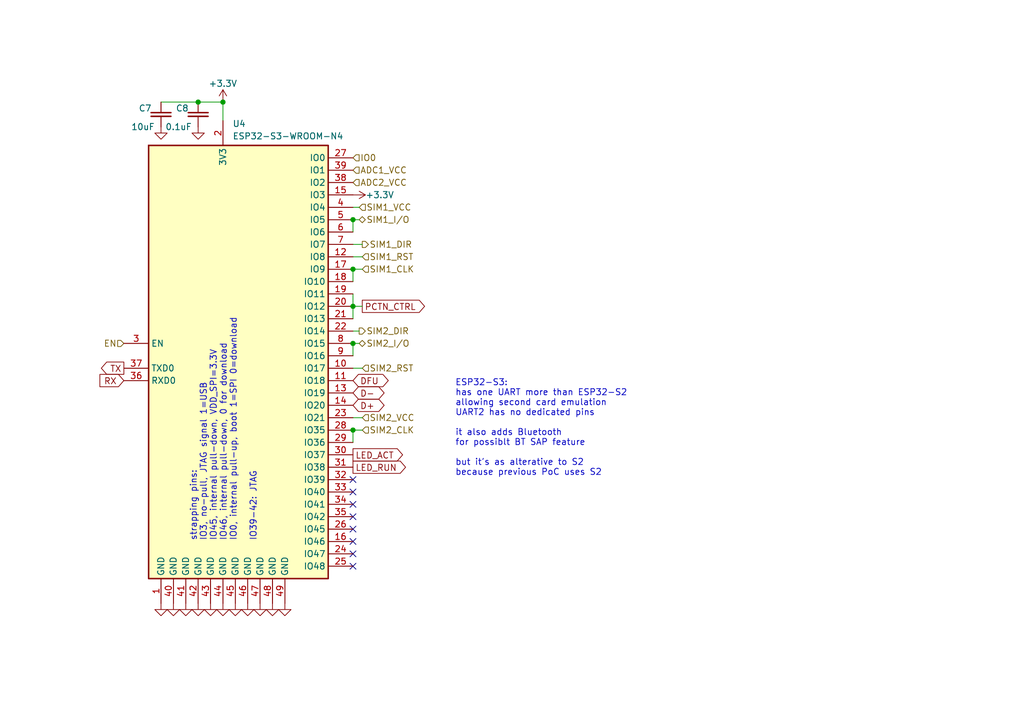
<source format=kicad_sch>
(kicad_sch (version 20230121) (generator eeschema)
  (paper "A5")
  (title_block (title "rSIM") (date "$date$") (rev "$version$.$revision$") (company "CuVoodoo") (comment 1 "King Kévin") (comment 2 "CERN-OHL-S"))
  (lib_symbols
    (symbol "capacitor/C0603 0.1uF 16V_1" (pin_numbers hide) (pin_names hide)
      (property "Reference" "C" (at 0 2.794 0))
      (property "Value" "C0603" (at 0 -2.794 0))
      (symbol "capacitor/C0603 0.1uF 16V_1_1_1"
        (polyline (pts (xy -0.381 2.032) (xy -0.381 -2.032)) (stroke (width 0.305)))
        (polyline (pts (xy 0.381 2.032) (xy 0.381 -2.032)) (stroke (width 0.305)))
        (pin passive line (at -2.54 0 0) (length 2.159) (name "L") (number "1"))
        (pin passive line (at 2.54 0 180) (length 2.159) (name "R") (number "2"))
      )
    )
    (symbol "partdb:MCU/ESP32-S3-WROOM-1-N4"
      (property "Reference" "U" (at 0 0.762 0))
      (property "Value" "ESP32-S3-WROOM-I" (at 28.702 -89.662 0))
      (symbol "MCU/ESP32-S3-WROOM-1-N4_1_1"
        (rectangle (start 0 0) (end 36.83 -88.9) (stroke (width 0.305)) (fill (type background)))
        (pin power_in line (at 2.54 -93.98 90) (length 5.08) (name "GND") (number "1"))
        (pin bidirectional line (at 41.91 -45.72 180) (length 5.08) (name "IO17") (number "10"))
        (pin bidirectional line (at 41.91 -48.26 180) (length 5.08) (name "IO18") (number "11"))
        (pin bidirectional line (at 41.91 -22.86 180) (length 5.08) (name "IO8") (number "12"))
        (pin bidirectional line (at 41.91 -50.8 180) (length 5.08) (name "IO19") (number "13"))
        (pin bidirectional line (at 41.91 -53.34 180) (length 5.08) (name "IO20") (number "14"))
        (pin bidirectional line (at 41.91 -10.16 180) (length 5.08) (name "IO3") (number "15"))
        (pin bidirectional line (at 41.91 -81.28 180) (length 5.08) (name "IO46") (number "16"))
        (pin bidirectional line (at 41.91 -25.4 180) (length 5.08) (name "IO9") (number "17"))
        (pin bidirectional line (at 41.91 -27.94 180) (length 5.08) (name "IO10") (number "18"))
        (pin bidirectional line (at 41.91 -30.48 180) (length 5.08) (name "IO11") (number "19"))
        (pin power_in line (at 15.24 5.08 270) (length 5.08) (name "3V3") (number "2"))
        (pin bidirectional line (at 41.91 -33.02 180) (length 5.08) (name "IO12") (number "20"))
        (pin bidirectional line (at 41.91 -35.56 180) (length 5.08) (name "IO13") (number "21"))
        (pin bidirectional line (at 41.91 -38.1 180) (length 5.08) (name "IO14") (number "22"))
        (pin bidirectional line (at 41.91 -55.88 180) (length 5.08) (name "IO21") (number "23"))
        (pin bidirectional line (at 41.91 -83.82 180) (length 5.08) (name "IO47") (number "24"))
        (pin bidirectional line (at 41.91 -86.36 180) (length 5.08) (name "IO48") (number "25"))
        (pin bidirectional line (at 41.91 -78.74 180) (length 5.08) (name "IO45") (number "26"))
        (pin bidirectional line (at 41.91 -2.54 180) (length 5.08) (name "IO0") (number "27"))
        (pin bidirectional line (at 41.91 -58.42 180) (length 5.08) (name "IO35") (number "28"))
        (pin bidirectional line (at 41.91 -60.96 180) (length 5.08) (name "IO36") (number "29"))
        (pin input line (at -5.08 -40.64 0) (length 5.08) (name "EN") (number "3"))
        (pin bidirectional line (at 41.91 -63.5 180) (length 5.08) (name "IO37") (number "30"))
        (pin bidirectional line (at 41.91 -66.04 180) (length 5.08) (name "IO38") (number "31"))
        (pin bidirectional line (at 41.91 -68.58 180) (length 5.08) (name "IO39") (number "32"))
        (pin bidirectional line (at 41.91 -71.12 180) (length 5.08) (name "IO40") (number "33"))
        (pin bidirectional line (at 41.91 -73.66 180) (length 5.08) (name "IO41") (number "34"))
        (pin bidirectional line (at 41.91 -76.2 180) (length 5.08) (name "IO42") (number "35"))
        (pin bidirectional line (at -5.08 -48.26 0) (length 5.08) (name "RXD0") (number "36"))
        (pin bidirectional line (at -5.08 -45.72 0) (length 5.08) (name "TXD0") (number "37"))
        (pin bidirectional line (at 41.91 -7.62 180) (length 5.08) (name "IO2") (number "38"))
        (pin bidirectional line (at 41.91 -5.08 180) (length 5.08) (name "IO1") (number "39"))
        (pin bidirectional line (at 41.91 -12.7 180) (length 5.08) (name "IO4") (number "4"))
        (pin power_in line (at 5.08 -93.98 90) (length 5.08) (name "GND") (number "40"))
        (pin power_in line (at 7.62 -93.98 90) (length 5.08) (name "GND") (number "41"))
        (pin power_in line (at 10.16 -93.98 90) (length 5.08) (name "GND") (number "42"))
        (pin power_in line (at 12.7 -93.98 90) (length 5.08) (name "GND") (number "43"))
        (pin power_in line (at 15.24 -93.98 90) (length 5.08) (name "GND") (number "44"))
        (pin power_in line (at 17.78 -93.98 90) (length 5.08) (name "GND") (number "45"))
        (pin power_in line (at 20.32 -93.98 90) (length 5.08) (name "GND") (number "46"))
        (pin power_in line (at 22.86 -93.98 90) (length 5.08) (name "GND") (number "47"))
        (pin power_in line (at 25.4 -93.98 90) (length 5.08) (name "GND") (number "48"))
        (pin power_in line (at 27.94 -93.98 90) (length 5.08) (name "GND") (number "49"))
        (pin bidirectional line (at 41.91 -15.24 180) (length 5.08) (name "IO5") (number "5"))
        (pin bidirectional line (at 41.91 -17.78 180) (length 5.08) (name "IO6") (number "6"))
        (pin bidirectional line (at 41.91 -20.32 180) (length 5.08) (name "IO7") (number "7"))
        (pin bidirectional line (at 41.91 -40.64 180) (length 5.08) (name "IO15") (number "8"))
        (pin bidirectional line (at 41.91 -43.18 180) (length 5.08) (name "IO16") (number "9"))
      )
    )
    (symbol "partdb:capacitor/C0603 10uF" (pin_numbers hide) (pin_names hide)
      (property "Reference" "C" (at 0 2.794 0))
      (property "Value" "C0603" (at 0 -2.794 0))
      (symbol "capacitor/C0603 10uF_1_1"
        (polyline (pts (xy -0.381 2.032) (xy -0.381 -2.032)) (stroke (width 0.305)))
        (polyline (pts (xy 0.381 2.032) (xy 0.381 -2.032)) (stroke (width 0.305)))
        (pin passive line (at -2.54 0 0) (length 2.159) (name "L") (number "1"))
        (pin passive line (at 2.54 0 180) (length 2.159) (name "R") (number "2"))
      )
    )
    (symbol "power:+3.3V" (power) (pin_names (offset 0))
      (property "Value" "+3.3V" (at 0 3.556 0))
      (symbol "+3.3V_0_1"
        (polyline (pts (xy -0.762 1.27) (xy 0 2.54)))
        (polyline (pts (xy 0 0) (xy 0 2.54)))
        (polyline (pts (xy 0 2.54) (xy 0.762 1.27)))
      )
      (symbol "+3.3V_1_1"
        (pin power_in line (at 0 0 90) (length 0) hide (name "+3.3V") (number "1"))
      )
    )
    (symbol "power:GND" (power) (pin_names (offset 0))
      (property "Value" "GND" (at 0 -3.81 0))
      (symbol "GND_0_1"
        (polyline (pts (xy 0 0) (xy 0 -1.27) (xy 1.27 -1.27) (xy 0 -2.54) (xy -1.27 -1.27) (xy 0 -1.27)))
      )
      (symbol "GND_1_1"
        (pin power_in line (at 0 0 270) (length 0) hide (name "GND") (number "1"))
      )
    )
  )
  (junction (at 72.39 62.865))
  (junction (at 72.39 55.245))
  (junction (at 40.64 20.955))
  (junction (at 72.39 45.085))
  (junction (at 72.39 88.265))
  (junction (at 72.39 70.485))
  (junction (at 45.72 20.955))
  (no_connect (at 72.39 113.665))
  (no_connect (at 72.39 103.505))
  (no_connect (at 72.39 111.125))
  (no_connect (at 72.39 116.205))
  (no_connect (at 72.39 100.965))
  (no_connect (at 72.39 108.585))
  (no_connect (at 72.39 98.425))
  (no_connect (at 72.39 106.045))
  (wire (pts (xy 72.39 88.265) (xy 72.39 90.805)))
  (wire (pts (xy 73.66 45.085) (xy 72.39 45.085)))
  (wire (pts (xy 72.39 70.485) (xy 72.39 73.025)))
  (wire (pts (xy 72.39 45.085) (xy 72.39 47.625)))
  (wire (pts (xy 74.295 75.565) (xy 72.39 75.565)))
  (wire (pts (xy 72.39 62.865) (xy 74.295 62.865)))
  (wire (pts (xy 33.02 20.955) (xy 40.64 20.955)))
  (wire (pts (xy 45.72 24.765) (xy 45.72 20.955)))
  (wire (pts (xy 74.295 88.265) (xy 72.39 88.265)))
  (wire (pts (xy 72.39 60.325) (xy 72.39 62.865)))
  (wire (pts (xy 45.72 20.955) (xy 40.64 20.955)))
  (wire (pts (xy 74.295 55.245) (xy 72.39 55.245)))
  (wire (pts (xy 72.39 62.865) (xy 72.39 65.405)))
  (wire (pts (xy 74.295 85.725) (xy 72.39 85.725)))
  (wire (pts (xy 73.66 67.945) (xy 72.39 67.945)))
  (wire (pts (xy 73.66 42.545) (xy 72.39 42.545)))
  (wire (pts (xy 74.295 52.705) (xy 72.39 52.705)))
  (wire (pts (xy 72.39 55.245) (xy 72.39 57.785)))
  (wire (pts (xy 74.295 50.165) (xy 72.39 50.165)))
  (wire (pts (xy 73.66 70.485) (xy 72.39 70.485)))
  (text "ESP32-S3:\nhas one UART more than ESP32-S2\nallowing second card emulation\nUART2 has no dedicated pins\n\nit also adds Bluetooth\nfor possiblt BT SAP feature\n\nbut it's as alterative to S2\nbecause previous PoC uses S2" (at 93.345 97.79 0) (effects (font (size 1.27 1.27)) (justify left bottom)))
  (text "strapping pins:\nIO3, no-pull, JTAG signal 1=USB\nIO45, internal pull-down, VDD_SPI=3.3V\nIO46, internal pull-down, 0 for download\nIO0, internal pull-up, boot 1=SPI 0=download\n\nIO39-42: JTAG" (at 52.705 111.125 90) (effects (font (size 1.27 1.27)) (justify left bottom)))
  (global_label "LED_RUN" (shape output) (at 72.39 95.885 0) (property "Intersheetrefs" "${INTERSHEET_REFS}" (effects hide)))
  (global_label "D+" (shape bidirectional) (at 72.39 83.185 0) (property "Intersheetrefs" "${INTERSHEET_REFS}" (effects hide)))
  (global_label "DFU" (shape bidirectional) (at 72.39 78.105 0) (property "Intersheetrefs" "${INTERSHEET_REFS}" (effects hide)))
  (global_label "TX" (shape output) (at 25.4 75.565 180) (property "Intersheetrefs" "${INTERSHEET_REFS}" (effects hide)))
  (global_label "RX" (shape input) (at 25.4 78.105 180) (property "Intersheetrefs" "${INTERSHEET_REFS}" (effects hide)))
  (global_label "D-" (shape bidirectional) (at 72.39 80.645 0) (property "Intersheetrefs" "${INTERSHEET_REFS}" (effects hide)))
  (global_label "LED_ACT" (shape output) (at 72.39 93.345 0) (property "Intersheetrefs" "${INTERSHEET_REFS}" (effects hide)))
  (global_label "PCTN_CTRL" (shape output) (at 74.295 62.865 0) (property "Intersheetrefs" "${INTERSHEET_REFS}" (effects hide)))
  (hierarchical_label "SIM1_RST" (shape input) (at 74.295 52.705 0))
  (hierarchical_label "SIM2_RST" (shape input) (at 74.295 75.565 0))
  (hierarchical_label "IO0" (shape input) (at 72.39 32.385 0))
  (hierarchical_label "SIM2_DIR" (shape output) (at 73.66 67.945 0))
  (hierarchical_label "SIM1_I{slash}O" (shape bidirectional) (at 73.66 45.085 0))
  (hierarchical_label "SIM1_CLK" (shape input) (at 74.295 55.245 0))
  (hierarchical_label "EN" (shape input) (at 25.4 70.485 180))
  (hierarchical_label "SIM1_DIR" (shape output) (at 74.295 50.165 0))
  (hierarchical_label "SIM1_VCC" (shape input) (at 73.66 42.545 0))
  (hierarchical_label "SIM2_I{slash}O" (shape bidirectional) (at 73.66 70.485 0))
  (hierarchical_label "SIM2_CLK" (shape input) (at 74.295 88.265 0))
  (hierarchical_label "ADC2_VCC" (shape input) (at 72.39 37.465 0))
  (hierarchical_label "SIM2_VCC" (shape input) (at 74.295 85.725 0))
  (hierarchical_label "ADC1_VCC" (shape input) (at 72.39 34.925 0))
  (symbol (lib_id "power:GND") (at 40.64 26.035 0) (unit 1)
    (property "Reference" "#PWR057" (effects hide))
    (property "Value" "GND" (effects hide))
    (instances (project "rsim" (path "" (reference "#PWR057") (unit 1)) (path "" (reference "#PWR059") (unit 1))))
  )
  (symbol (lib_id "power:GND") (at 58.42 123.825 0) (mirror y) (unit 1)
    (property "Reference" "#PWR070" (effects hide))
    (property "Value" "GND" (effects hide))
    (instances (project "rsim" (path "" (reference "#PWR070") (unit 1)) (path "" (reference "#PWR068") (unit 1))))
  )
  (symbol (lib_id "power:GND") (at 45.72 123.825 0) (mirror y) (unit 1)
    (property "Reference" "#PWR065" (effects hide))
    (property "Value" "GND" (effects hide))
    (instances (project "rsim" (path "" (reference "#PWR065") (unit 1)) (path "" (reference "#PWR063") (unit 1))))
  )
  (symbol (lib_id "power:GND") (at 48.26 123.825 0) (mirror y) (unit 1)
    (property "Reference" "#PWR066" (effects hide))
    (property "Value" "GND" (effects hide))
    (instances (project "rsim" (path "" (reference "#PWR066") (unit 1)) (path "" (reference "#PWR064") (unit 1))))
  )
  (symbol (lib_id "power:GND") (at 35.56 123.825 0) (mirror y) (unit 1)
    (property "Reference" "#PWR061" (effects hide))
    (property "Value" "GND" (effects hide))
    (instances (project "rsim" (path "" (reference "#PWR061") (unit 1)) (path "" (reference "#PWR057") (unit 1))))
  )
  (symbol (lib_id "power:GND") (at 38.1 123.825 0) (mirror y) (unit 1)
    (property "Reference" "#PWR062" (effects hide))
    (property "Value" "GND" (effects hide))
    (instances (project "rsim" (path "" (reference "#PWR062") (unit 1)) (path "" (reference "#PWR058") (unit 1))))
  )
  (symbol (lib_id "power:GND") (at 50.8 123.825 0) (mirror y) (unit 1)
    (property "Reference" "#PWR067" (effects hide))
    (property "Value" "GND" (effects hide))
    (instances (project "rsim" (path "" (reference "#PWR067") (unit 1)) (path "" (reference "#PWR065") (unit 1))))
  )
  (symbol (lib_id "power:+3.3V") (at 45.72 20.955 0) (unit 1)
    (property "Reference" "#PWR058" (effects hide))
    (property "Value" "+3.3V" (at 45.72 17.145 0))
    (instances (project "rsim" (path "" (reference "#PWR058") (unit 1)) (path "" (reference "#PWR062") (unit 1))))
  )
  (symbol (lib_id "power:GND") (at 55.88 123.825 0) (mirror y) (unit 1)
    (property "Reference" "#PWR069" (effects hide))
    (property "Value" "GND" (effects hide))
    (instances (project "rsim" (path "" (reference "#PWR069") (unit 1)) (path "" (reference "#PWR067") (unit 1))))
  )
  (symbol (lib_id "power:GND") (at 33.02 26.035 0) (unit 1)
    (property "Reference" "#PWR056" (effects hide))
    (property "Value" "GND" (effects hide))
    (instances (project "rsim" (path "" (reference "#PWR056") (unit 1)) (path "" (reference "#PWR055") (unit 1))))
  )
  (symbol (lib_id "power:GND") (at 33.02 123.825 0) (mirror y) (unit 1)
    (property "Reference" "#PWR060" (effects hide))
    (property "Value" "GND" (effects hide))
    (instances (project "rsim" (path "" (reference "#PWR060") (unit 1)) (path "" (reference "#PWR056") (unit 1))))
  )
  (symbol (lib_id "power:+3.3V") (at 72.39 40.005 270) (unit 1)
    (property "Reference" "#PWR071" (effects hide))
    (property "Value" "+3.3V" (at 74.93 40.005 90) (effects (justify left)))
    (instances (project "rsim" (path "" (reference "#PWR071") (unit 1)) (path "" (reference "#PWR069") (unit 1))))
  )
  (symbol (lib_id "power:GND") (at 40.64 123.825 0) (mirror y) (unit 1)
    (property "Reference" "#PWR063" (effects hide))
    (property "Value" "GND" (effects hide))
    (instances (project "rsim" (path "" (reference "#PWR063") (unit 1)) (path "" (reference "#PWR060") (unit 1))))
  )
  (symbol (lib_id "power:GND") (at 53.34 123.825 0) (mirror y) (unit 1)
    (property "Reference" "#PWR068" (effects hide))
    (property "Value" "GND" (effects hide))
    (instances (project "rsim" (path "" (reference "#PWR068") (unit 1)) (path "" (reference "#PWR066") (unit 1))))
  )
  (symbol (lib_id "partdb:MCU/ESP32-S3-WROOM-1-N4") (at 30.48 29.845 0) (unit 1)
    (property "Reference" "U4" (at 47.6759 25.4 0) (effects (justify left)))
    (property "Value" "ESP32-S3-WROOM-N4" (at 47.6759 27.94 0) (effects (justify left)))
    (property "Footprint" "qeda:MCU_ESP32-S3-WROOM-I" (effects hide))
    (property "Datasheet" "https://www.espressif.com/sites/default/files/documentation/esp32-s3-wroom-1_wroom-1u_datasheet_en.pdf" (effects hide))
    (property "qeda_part" "mcu/espressif_esp32-s3-wroom-1" (effects hide))
    (property "Description" "ESP32-S3 module, PCB antenna, 4MB flash" (effects hide))
    (property "LCSC" "C2913197" (effects hide))
  )
  (symbol (lib_id "power:GND") (at 43.18 123.825 0) (mirror y) (unit 1)
    (property "Reference" "#PWR064" (effects hide))
    (property "Value" "GND" (effects hide))
    (instances (project "rsim" (path "" (reference "#PWR064") (unit 1)) (path "" (reference "#PWR061") (unit 1))))
  )
  (symbol (lib_name "capacitor/C0603 0.1uF 16V_1") (lib_id "partdb:capacitor/C0603 0.1uF 16V") (at 40.64 23.495 90) (unit 1)
    (property "Reference" "C8" (at 38.735 22.225 90) (effects (justify left)))
    (property "Value" "0.1uF" (at 39.37 26.035 90) (effects (justify left)))
    (property "Footprint" "qeda:CAPC1608X92N" (effects hide))
    (property "Datasheet" "Chip capacitor 1.6x0.8 mm" (effects hide))
    (property "qeda_part" "capacitor/c0603" (effects hide))
    (property "JLCPCB_CORRECTION" "0;0;-90" (effects hide))
    (property "Description" "100nF ±20% 16V X7R" (effects hide))
    (property "DigiKey" "311-1335-1-ND" (effects hide))
    (instances (project "rsim" (path "" (reference "C8") (unit 1)) (path "" (reference "C11") (unit 1))))
  )
  (symbol (lib_id "partdb:capacitor/C0603 10uF") (at 33.02 23.495 90) (unit 1)
    (property "Reference" "C7" (at 31.115 22.225 90) (effects (justify left)))
    (property "Value" "10uF" (at 31.75 26.035 90) (effects (justify left)))
    (property "Footprint" "qeda:CAPC1608X92N" (effects hide))
    (property "Datasheet" "Chip capacitor 1.6x0.8 mm" (effects hide))
    (property "qeda_part" "capacitor/c0603" (effects hide))
    (property "JLCPCB_CORRECTION" "0;0;-90" (effects hide))
    (property "Description" "10V X5R 20%" (effects hide))
    (property "LCSC" "C85713" (effects hide))
    (property "JLCPCB" "C19702" (effects hide))
    (instances (project "rsim" (path "" (reference "C7") (unit 1)) (path "" (reference "C10") (unit 1))))
  )
)
</source>
